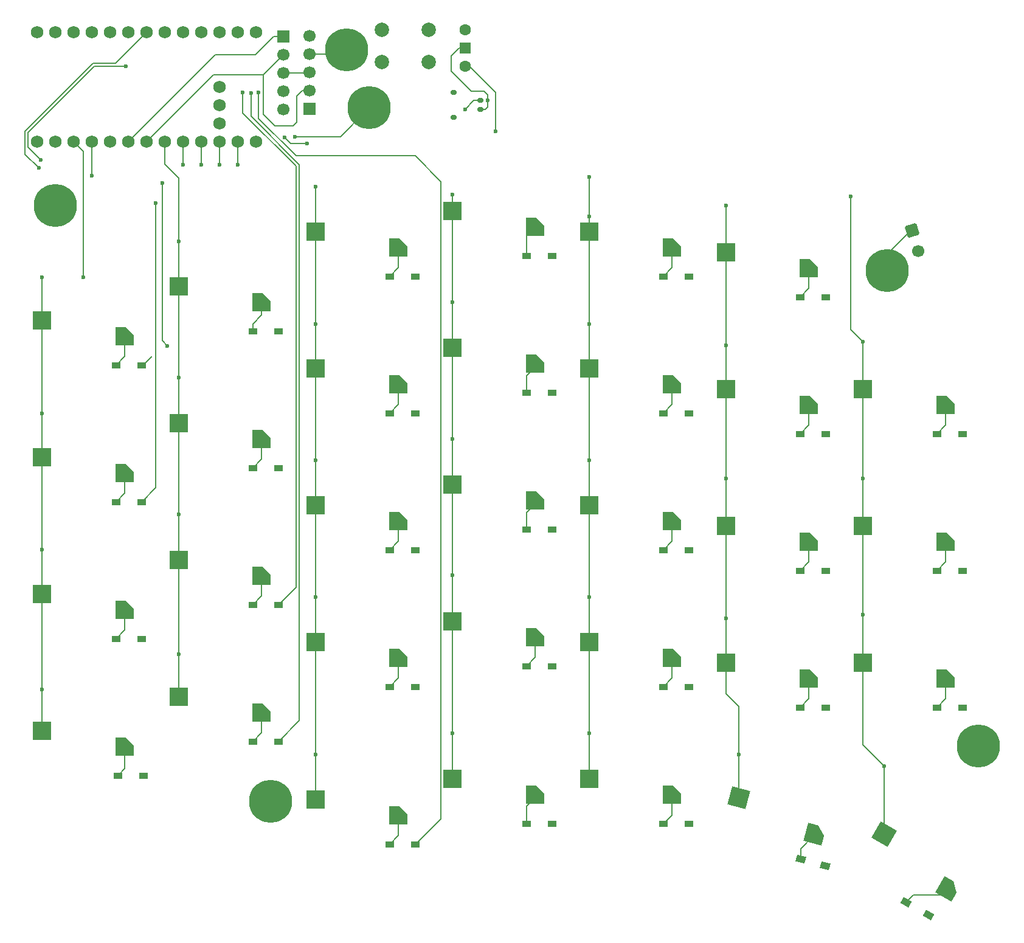
<source format=gbr>
%TF.GenerationSoftware,KiCad,Pcbnew,9.0.1*%
%TF.CreationDate,2025-08-18T00:19:21+02:00*%
%TF.ProjectId,LuMo,4c754d6f-2e6b-4696-9361-645f70636258,rev?*%
%TF.SameCoordinates,Original*%
%TF.FileFunction,Copper,L2,Bot*%
%TF.FilePolarity,Positive*%
%FSLAX46Y46*%
G04 Gerber Fmt 4.6, Leading zero omitted, Abs format (unit mm)*
G04 Created by KiCad (PCBNEW 9.0.1) date 2025-08-18 00:19:21*
%MOMM*%
%LPD*%
G01*
G04 APERTURE LIST*
G04 Aperture macros list*
%AMRoundRect*
0 Rectangle with rounded corners*
0 $1 Rounding radius*
0 $2 $3 $4 $5 $6 $7 $8 $9 X,Y pos of 4 corners*
0 Add a 4 corners polygon primitive as box body*
4,1,4,$2,$3,$4,$5,$6,$7,$8,$9,$2,$3,0*
0 Add four circle primitives for the rounded corners*
1,1,$1+$1,$2,$3*
1,1,$1+$1,$4,$5*
1,1,$1+$1,$6,$7*
1,1,$1+$1,$8,$9*
0 Add four rect primitives between the rounded corners*
20,1,$1+$1,$2,$3,$4,$5,0*
20,1,$1+$1,$4,$5,$6,$7,0*
20,1,$1+$1,$6,$7,$8,$9,0*
20,1,$1+$1,$8,$9,$2,$3,0*%
%AMRotRect*
0 Rectangle, with rotation*
0 The origin of the aperture is its center*
0 $1 length*
0 $2 width*
0 $3 Rotation angle, in degrees counterclockwise*
0 Add horizontal line*
21,1,$1,$2,0,0,$3*%
%AMOutline5P*
0 Free polygon, 5 corners , with rotation*
0 The origin of the aperture is its center*
0 number of corners: always 5*
0 $1 to $10 corner X, Y*
0 $11 Rotation angle, in degrees counterclockwise*
0 create outline with 5 corners*
4,1,5,$1,$2,$3,$4,$5,$6,$7,$8,$9,$10,$1,$2,$11*%
%AMOutline6P*
0 Free polygon, 6 corners , with rotation*
0 The origin of the aperture is its center*
0 number of corners: always 6*
0 $1 to $12 corner X, Y*
0 $13 Rotation angle, in degrees counterclockwise*
0 create outline with 6 corners*
4,1,6,$1,$2,$3,$4,$5,$6,$7,$8,$9,$10,$11,$12,$1,$2,$13*%
%AMOutline7P*
0 Free polygon, 7 corners , with rotation*
0 The origin of the aperture is its center*
0 number of corners: always 7*
0 $1 to $14 corner X, Y*
0 $15 Rotation angle, in degrees counterclockwise*
0 create outline with 7 corners*
4,1,7,$1,$2,$3,$4,$5,$6,$7,$8,$9,$10,$11,$12,$13,$14,$1,$2,$15*%
%AMOutline8P*
0 Free polygon, 8 corners , with rotation*
0 The origin of the aperture is its center*
0 number of corners: always 8*
0 $1 to $16 corner X, Y*
0 $17 Rotation angle, in degrees counterclockwise*
0 create outline with 8 corners*
4,1,8,$1,$2,$3,$4,$5,$6,$7,$8,$9,$10,$11,$12,$13,$14,$15,$16,$1,$2,$17*%
G04 Aperture macros list end*
%TA.AperFunction,ComponentPad*%
%ADD10C,1.752600*%
%TD*%
%TA.AperFunction,ComponentPad*%
%ADD11R,1.700000X1.700000*%
%TD*%
%TA.AperFunction,ComponentPad*%
%ADD12C,1.700000*%
%TD*%
%TA.AperFunction,ComponentPad*%
%ADD13C,2.000000*%
%TD*%
%TA.AperFunction,ComponentPad*%
%ADD14R,1.500000X1.500000*%
%TD*%
%TA.AperFunction,ComponentPad*%
%ADD15C,1.600000*%
%TD*%
%TA.AperFunction,ComponentPad*%
%ADD16RoundRect,0.250000X-0.745701X0.404883X-0.404883X-0.745701X0.745701X-0.404883X0.404883X0.745701X0*%
%TD*%
%TA.AperFunction,ComponentPad*%
%ADD17R,1.300000X0.950000*%
%TD*%
%TA.AperFunction,SMDPad,CuDef*%
%ADD18R,2.600000X2.600000*%
%TD*%
%TA.AperFunction,SMDPad,CuDef*%
%ADD19Outline5P,-1.300000X1.300000X0.130000X1.300000X1.300000X0.130000X1.300000X-1.300000X-1.300000X-1.300000X0.000000*%
%TD*%
%TA.AperFunction,ComponentPad*%
%ADD20RotRect,1.300000X0.950000X150.000000*%
%TD*%
%TA.AperFunction,ComponentPad*%
%ADD21RotRect,1.300000X0.950000X165.000000*%
%TD*%
%TA.AperFunction,ComponentPad*%
%ADD22C,6.000000*%
%TD*%
%TA.AperFunction,SMDPad,CuDef*%
%ADD23Outline5P,-1.300000X1.300000X0.130000X1.300000X1.300000X0.130000X1.300000X-1.300000X-1.300000X-1.300000X345.000000*%
%TD*%
%TA.AperFunction,SMDPad,CuDef*%
%ADD24RotRect,2.600000X2.600000X345.000000*%
%TD*%
%TA.AperFunction,SMDPad,CuDef*%
%ADD25Outline5P,-1.300000X1.300000X0.130000X1.300000X1.300000X0.130000X1.300000X-1.300000X-1.300000X-1.300000X330.000000*%
%TD*%
%TA.AperFunction,SMDPad,CuDef*%
%ADD26RotRect,2.600000X2.600000X330.000000*%
%TD*%
%TA.AperFunction,SMDPad,CuDef*%
%ADD27RoundRect,0.150000X0.275000X-0.150000X0.275000X0.150000X-0.275000X0.150000X-0.275000X-0.150000X0*%
%TD*%
%TA.AperFunction,SMDPad,CuDef*%
%ADD28RoundRect,0.175000X0.225000X-0.175000X0.225000X0.175000X-0.225000X0.175000X-0.225000X-0.175000X0*%
%TD*%
%TA.AperFunction,ViaPad*%
%ADD29C,0.600000*%
%TD*%
%TA.AperFunction,Conductor*%
%ADD30C,0.200000*%
%TD*%
G04 APERTURE END LIST*
D10*
%TO.P,U1,33,P1.07*%
%TO.N,unconnected-(U1-P1.07-Pad33)*%
X64390000Y-33500000D03*
%TO.P,U1,32,P1.02*%
%TO.N,unconnected-(U1-P1.02-Pad32)*%
X64390000Y-36040000D03*
%TO.P,U1,31,P1.01*%
%TO.N,unconnected-(U1-P1.01-Pad31)*%
X64390000Y-38580000D03*
%TO.P,U1,25,B+*%
%TO.N,VBAT*%
X38990000Y-25880000D03*
%TO.P,U1,24,BATIN/P0.04*%
%TO.N,unconnected-(U1-BATIN{slash}P0.04-Pad24)*%
X41530000Y-25880000D03*
%TO.P,U1,23,GND*%
%TO.N,unconnected-(U1-GND-Pad23)*%
X44070000Y-25880000D03*
%TO.P,U1,22,RST*%
%TO.N,RST*%
X46610000Y-25880000D03*
%TO.P,U1,21,VCC*%
%TO.N,VCC*%
X49150000Y-25880000D03*
%TO.P,U1,20,AIN7/P0.31*%
%TO.N,Row1*%
X51690000Y-25880000D03*
%TO.P,U1,19,AIN5/P0.29*%
%TO.N,Row2*%
X54230000Y-25880000D03*
%TO.P,U1,18,AIN0/P0.02*%
%TO.N,Row3*%
X56770000Y-25880000D03*
%TO.P,U1,17,P1.15*%
%TO.N,Row4*%
X59310000Y-25880000D03*
%TO.P,U1,16,P1.13*%
%TO.N,Row5*%
X61850000Y-25880000D03*
%TO.P,U1,15,P1.11*%
%TO.N,unconnected-(U1-P1.11-Pad15)*%
X64390000Y-25880000D03*
%TO.P,U1,14,NFC2/P0.10*%
%TO.N,unconnected-(U1-NFC2{slash}P0.10-Pad14)*%
X66930000Y-25880000D03*
%TO.P,U1,13,NFC1/P0.09*%
%TO.N,unconnected-(U1-NFC1{slash}P0.09-Pad13)*%
X69470000Y-25880000D03*
%TO.P,U1,12,P1.06*%
%TO.N,Col5*%
X69470000Y-41120000D03*
%TO.P,U1,11,P1.04*%
%TO.N,Col3*%
X66930000Y-41120000D03*
%TO.P,U1,10,P0.11*%
%TO.N,Col4*%
X64390000Y-41120000D03*
%TO.P,U1,9,P1.00*%
%TO.N,Col1*%
X61850000Y-41120000D03*
%TO.P,U1,8,P0.24*%
%TO.N,Col2*%
X59310000Y-41120000D03*
%TO.P,U1,7,P0.22*%
%TO.N,Col6*%
X56770000Y-41120000D03*
%TO.P,U1,6,P0.20*%
%TO.N,SCK*%
X54230000Y-41120000D03*
%TO.P,U1,5,P0.17*%
%TO.N,MOSI*%
X51690000Y-41120000D03*
%TO.P,U1,4,GND*%
%TO.N,GND*%
X49150000Y-41120000D03*
%TO.P,U1,3,GND*%
X46610000Y-41120000D03*
%TO.P,U1,2,RX1/P0.08*%
%TO.N,Col7*%
X44070000Y-41120000D03*
%TO.P,U1,1,TX0/P0.06*%
%TO.N,CS*%
X41530000Y-41120000D03*
%TO.P,U1,0,B-*%
%TO.N,unconnected-(U1-B--Pad0)*%
X38990000Y-41120000D03*
%TD*%
D11*
%TO.P,J2,1*%
%TO.N,MOSI*%
X73300000Y-26460000D03*
D12*
%TO.P,J2,2*%
%TO.N,SCK*%
X73300000Y-29000000D03*
%TO.P,J2,3*%
%TO.N,VCC*%
X73300000Y-31540000D03*
%TO.P,J2,4*%
%TO.N,GND*%
X73300000Y-34080000D03*
%TO.P,J2,5*%
%TO.N,CS*%
X73300000Y-36620000D03*
%TD*%
D11*
%TO.P,J5,1*%
%TO.N,MOSI*%
X76875000Y-36550000D03*
D12*
%TO.P,J5,2*%
%TO.N,SCK*%
X76875000Y-34010000D03*
%TO.P,J5,3*%
%TO.N,VCC*%
X76875000Y-31470000D03*
%TO.P,J5,4*%
%TO.N,GND*%
X76875000Y-28930000D03*
%TO.P,J5,5*%
%TO.N,CS*%
X76875000Y-26390000D03*
%TD*%
D13*
%TO.P,SW33,1*%
%TO.N,RST*%
X87000000Y-25500000D03*
X93500000Y-25500000D03*
%TO.P,SW33,2*%
%TO.N,GND*%
X87000000Y-30000000D03*
X93500000Y-30000000D03*
%TD*%
D14*
%TO.P,SWI1,1,A*%
%TO.N,Net-(SWI1-A)*%
X98600000Y-28100000D03*
D15*
%TO.P,SWI1,2,B*%
%TO.N,VBAT*%
X98600000Y-30640000D03*
%TO.P,SWI1,3,C*%
%TO.N,unconnected-(SWI1-C-Pad3)*%
X98600000Y-25560000D03*
%TD*%
D12*
%TO.P,J4,1*%
%TO.N,VBAT*%
X161663406Y-56368241D03*
D16*
%TO.P,J4,2*%
%TO.N,GND*%
X160811360Y-53491781D03*
%TD*%
D17*
%TO.P,D29,2,A*%
%TO.N,Net-(D29-A)*%
X126200000Y-136100000D03*
%TO.P,D29,1,K*%
%TO.N,Row5*%
X129750000Y-136100000D03*
%TD*%
%TO.P,D27,2,A*%
%TO.N,Net-(D27-A)*%
X50200000Y-129432500D03*
%TO.P,D27,1,K*%
%TO.N,Row4*%
X53750000Y-129432500D03*
%TD*%
%TO.P,D22,2,A*%
%TO.N,Net-(D22-A)*%
X88050000Y-117050000D03*
%TO.P,D22,1,K*%
%TO.N,Row4*%
X91600000Y-117050000D03*
%TD*%
D18*
%TO.P,SW21,2,2*%
%TO.N,Col1*%
X96795000Y-107942500D03*
D19*
%TO.P,SW21,1,1*%
%TO.N,Net-(D21-A)*%
X108345000Y-110142500D03*
%TD*%
D17*
%TO.P,D15,2,A*%
%TO.N,Net-(D15-A)*%
X88050000Y-98000000D03*
%TO.P,D15,1,K*%
%TO.N,Row3*%
X91600000Y-98000000D03*
%TD*%
D18*
%TO.P,SW3,2,2*%
%TO.N,Col3*%
X115845000Y-53650000D03*
D19*
%TO.P,SW3,1,1*%
%TO.N,Net-(D3-A)*%
X127395000Y-55850000D03*
%TD*%
D17*
%TO.P,D5,1,K*%
%TO.N,Row1*%
X72550000Y-67520000D03*
%TO.P,D5,2,A*%
%TO.N,Net-(D5-A)*%
X69000000Y-67520000D03*
%TD*%
%TO.P,D19,1,K*%
%TO.N,Row3*%
X72550000Y-105620000D03*
%TO.P,D19,2,A*%
%TO.N,Net-(D19-A)*%
X69000000Y-105620000D03*
%TD*%
%TO.P,D8,1,K*%
%TO.N,Row2*%
X91600000Y-78950000D03*
%TO.P,D8,2,A*%
%TO.N,Net-(D8-A)*%
X88050000Y-78950000D03*
%TD*%
%TO.P,D2,1,K*%
%TO.N,Row1*%
X91600000Y-59900000D03*
%TO.P,D2,2,A*%
%TO.N,Net-(D2-A)*%
X88050000Y-59900000D03*
%TD*%
%TO.P,D24,1,K*%
%TO.N,Row4*%
X148750000Y-119907500D03*
%TO.P,D24,2,A*%
%TO.N,Net-(D24-A)*%
X145200000Y-119907500D03*
%TD*%
%TO.P,D9,1,K*%
%TO.N,Row2*%
X129700000Y-78950000D03*
%TO.P,D9,2,A*%
%TO.N,Net-(D9-A)*%
X126150000Y-78950000D03*
%TD*%
%TO.P,D25,1,K*%
%TO.N,Row4*%
X167800000Y-119907500D03*
%TO.P,D25,2,A*%
%TO.N,Net-(D25-A)*%
X164250000Y-119907500D03*
%TD*%
%TO.P,D12,1,K*%
%TO.N,Row2*%
X72550000Y-86570000D03*
%TO.P,D12,2,A*%
%TO.N,Net-(D12-A)*%
X69000000Y-86570000D03*
%TD*%
%TO.P,D18,1,K*%
%TO.N,Row3*%
X167800000Y-100857500D03*
%TO.P,D18,2,A*%
%TO.N,Net-(D18-A)*%
X164250000Y-100857500D03*
%TD*%
%TO.P,D4,1,K*%
%TO.N,Row1*%
X148750000Y-62757500D03*
%TO.P,D4,2,A*%
%TO.N,Net-(D4-A)*%
X145200000Y-62757500D03*
%TD*%
%TO.P,D20,1,K*%
%TO.N,Row3*%
X53500000Y-110382500D03*
%TO.P,D20,2,A*%
%TO.N,Net-(D20-A)*%
X49950000Y-110382500D03*
%TD*%
%TO.P,D21,1,K*%
%TO.N,Row4*%
X110650000Y-114192500D03*
%TO.P,D21,2,A*%
%TO.N,Net-(D21-A)*%
X107100000Y-114192500D03*
%TD*%
%TO.P,D10,1,K*%
%TO.N,Row2*%
X148750000Y-81807500D03*
%TO.P,D10,2,A*%
%TO.N,Net-(D10-A)*%
X145200000Y-81807500D03*
%TD*%
%TO.P,D14,1,K*%
%TO.N,Row3*%
X110650000Y-95142500D03*
%TO.P,D14,2,A*%
%TO.N,Net-(D14-A)*%
X107100000Y-95142500D03*
%TD*%
%TO.P,D23,1,K*%
%TO.N,Row4*%
X129700000Y-117050000D03*
%TO.P,D23,2,A*%
%TO.N,Net-(D23-A)*%
X126150000Y-117050000D03*
%TD*%
%TO.P,D1,1,K*%
%TO.N,Row1*%
X110650000Y-57042500D03*
%TO.P,D1,2,A*%
%TO.N,Net-(D1-A)*%
X107100000Y-57042500D03*
%TD*%
%TO.P,D6,1,K*%
%TO.N,Row1*%
X53500000Y-72282500D03*
%TO.P,D6,2,A*%
%TO.N,Net-(D6-A)*%
X49950000Y-72282500D03*
%TD*%
%TO.P,D17,1,K*%
%TO.N,Row3*%
X148750000Y-100857500D03*
%TO.P,D17,2,A*%
%TO.N,Net-(D17-A)*%
X145200000Y-100857500D03*
%TD*%
%TO.P,D28,1,K*%
%TO.N,Row5*%
X110700000Y-136100000D03*
%TO.P,D28,2,A*%
%TO.N,Net-(D28-A)*%
X107150000Y-136100000D03*
%TD*%
%TO.P,D26,1,K*%
%TO.N,Row4*%
X72550000Y-124670000D03*
%TO.P,D26,2,A*%
%TO.N,Net-(D26-A)*%
X69000000Y-124670000D03*
%TD*%
%TO.P,D11,1,K*%
%TO.N,Row2*%
X167800000Y-81807500D03*
%TO.P,D11,2,A*%
%TO.N,Net-(D11-A)*%
X164250000Y-81807500D03*
%TD*%
D20*
%TO.P,D32,1,K*%
%TO.N,Row5*%
X163074390Y-148775000D03*
%TO.P,D32,2,A*%
%TO.N,Net-(D32-A)*%
X160000000Y-147000000D03*
%TD*%
D17*
%TO.P,D16,1,K*%
%TO.N,Row3*%
X129700000Y-98000000D03*
%TO.P,D16,2,A*%
%TO.N,Net-(D16-A)*%
X126150000Y-98000000D03*
%TD*%
%TO.P,D30,1,K*%
%TO.N,Row5*%
X91650000Y-138957500D03*
%TO.P,D30,2,A*%
%TO.N,Net-(D30-A)*%
X88100000Y-138957500D03*
%TD*%
%TO.P,D13,1,K*%
%TO.N,Row2*%
X53500000Y-91332500D03*
%TO.P,D13,2,A*%
%TO.N,Net-(D13-A)*%
X49950000Y-91332500D03*
%TD*%
D21*
%TO.P,D31,1,K*%
%TO.N,Row5*%
X148714518Y-141959404D03*
%TO.P,D31,2,A*%
%TO.N,Net-(D31-A)*%
X145285482Y-141040596D03*
%TD*%
D17*
%TO.P,D7,1,K*%
%TO.N,Row2*%
X110650000Y-76092500D03*
%TO.P,D7,2,A*%
%TO.N,Net-(D7-A)*%
X107100000Y-76092500D03*
%TD*%
%TO.P,D3,1,K*%
%TO.N,Row1*%
X129700000Y-59900000D03*
%TO.P,D3,2,A*%
%TO.N,Net-(D3-A)*%
X126150000Y-59900000D03*
%TD*%
D22*
%TO.P,H3,1*%
%TO.N,unconnected-(H3-Pad1)*%
X170000000Y-125300000D03*
%TD*%
D23*
%TO.P,SW31,1,1*%
%TO.N,Net-(D31-A)*%
X147256332Y-137581010D03*
D24*
%TO.P,SW31,2,2*%
%TO.N,Col4*%
X136669290Y-132466613D03*
%TD*%
D19*
%TO.P,SW4,1,1*%
%TO.N,Net-(D4-A)*%
X146445000Y-58707500D03*
D18*
%TO.P,SW4,2,2*%
%TO.N,Col4*%
X134895000Y-56507500D03*
%TD*%
D19*
%TO.P,SW29,1,1*%
%TO.N,Net-(D29-A)*%
X127395000Y-132050000D03*
D18*
%TO.P,SW29,2,2*%
%TO.N,Col3*%
X115845000Y-129850000D03*
%TD*%
D19*
%TO.P,SW13,1,1*%
%TO.N,Net-(D13-A)*%
X51195000Y-87282500D03*
D18*
%TO.P,SW13,2,2*%
%TO.N,Col7*%
X39645000Y-85082500D03*
%TD*%
D19*
%TO.P,SW25,1,1*%
%TO.N,Net-(D25-A)*%
X165495000Y-115857500D03*
D18*
%TO.P,SW25,2,2*%
%TO.N,Col5*%
X153945000Y-113657500D03*
%TD*%
D19*
%TO.P,SW26,1,1*%
%TO.N,Net-(D26-A)*%
X70245000Y-120620000D03*
D18*
%TO.P,SW26,2,2*%
%TO.N,Col6*%
X58695000Y-118420000D03*
%TD*%
D19*
%TO.P,SW28,1,1*%
%TO.N,Net-(D28-A)*%
X108345000Y-132050000D03*
D18*
%TO.P,SW28,2,2*%
%TO.N,Col1*%
X96795000Y-129850000D03*
%TD*%
D19*
%TO.P,SW30,1,1*%
%TO.N,Net-(D30-A)*%
X89295000Y-134907500D03*
D18*
%TO.P,SW30,2,2*%
%TO.N,Col2*%
X77745000Y-132707500D03*
%TD*%
D22*
%TO.P,H5,1*%
%TO.N,GND*%
X82100000Y-28300000D03*
%TD*%
D25*
%TO.P,SW32,1,1*%
%TO.N,Net-(D32-A)*%
X165772784Y-145204465D03*
D26*
%TO.P,SW32,2,2*%
%TO.N,Col5*%
X156870191Y-137524209D03*
%TD*%
D19*
%TO.P,SW16,1,1*%
%TO.N,Net-(D16-A)*%
X127395000Y-93950000D03*
D18*
%TO.P,SW16,2,2*%
%TO.N,Col3*%
X115845000Y-91750000D03*
%TD*%
D19*
%TO.P,SW14,1,1*%
%TO.N,Net-(D14-A)*%
X108345000Y-91092500D03*
D18*
%TO.P,SW14,2,2*%
%TO.N,Col1*%
X96795000Y-88892500D03*
%TD*%
D19*
%TO.P,SW9,1,1*%
%TO.N,Net-(D9-A)*%
X127395000Y-74900000D03*
D18*
%TO.P,SW9,2,2*%
%TO.N,Col3*%
X115845000Y-72700000D03*
%TD*%
D19*
%TO.P,SW2,1,1*%
%TO.N,Net-(D2-A)*%
X89295000Y-55850000D03*
D18*
%TO.P,SW2,2,2*%
%TO.N,Col2*%
X77745000Y-53650000D03*
%TD*%
D22*
%TO.P,H6,1*%
%TO.N,GND*%
X85200000Y-36400000D03*
%TD*%
D19*
%TO.P,SW19,1,1*%
%TO.N,Net-(D19-A)*%
X70245000Y-101570000D03*
D18*
%TO.P,SW19,2,2*%
%TO.N,Col6*%
X58695000Y-99370000D03*
%TD*%
D19*
%TO.P,SW20,1,1*%
%TO.N,Net-(D20-A)*%
X51195000Y-106332500D03*
D18*
%TO.P,SW20,2,2*%
%TO.N,Col7*%
X39645000Y-104132500D03*
%TD*%
D19*
%TO.P,SW18,1,1*%
%TO.N,Net-(D18-A)*%
X165495000Y-96807500D03*
D18*
%TO.P,SW18,2,2*%
%TO.N,Col5*%
X153945000Y-94607500D03*
%TD*%
D19*
%TO.P,SW17,1,1*%
%TO.N,Net-(D17-A)*%
X146445000Y-96807500D03*
D18*
%TO.P,SW17,2,2*%
%TO.N,Col4*%
X134895000Y-94607500D03*
%TD*%
D19*
%TO.P,SW6,1,1*%
%TO.N,Net-(D6-A)*%
X51195000Y-68232500D03*
D18*
%TO.P,SW6,2,2*%
%TO.N,Col7*%
X39645000Y-66032500D03*
%TD*%
D22*
%TO.P,H1,1*%
%TO.N,GND*%
X41500000Y-50000000D03*
%TD*%
D19*
%TO.P,SW8,1,1*%
%TO.N,Net-(D8-A)*%
X89295000Y-74900000D03*
D18*
%TO.P,SW8,2,2*%
%TO.N,Col2*%
X77745000Y-72700000D03*
%TD*%
D19*
%TO.P,SW11,1,1*%
%TO.N,Net-(D11-A)*%
X165495000Y-77757500D03*
D18*
%TO.P,SW11,2,2*%
%TO.N,Col5*%
X153945000Y-75557500D03*
%TD*%
D19*
%TO.P,SW15,1,1*%
%TO.N,Net-(D15-A)*%
X89295000Y-93950000D03*
D18*
%TO.P,SW15,2,2*%
%TO.N,Col2*%
X77745000Y-91750000D03*
%TD*%
D19*
%TO.P,SW10,1,1*%
%TO.N,Net-(D10-A)*%
X146445000Y-77757500D03*
D18*
%TO.P,SW10,2,2*%
%TO.N,Col4*%
X134895000Y-75557500D03*
%TD*%
D19*
%TO.P,SW12,1,1*%
%TO.N,Net-(D12-A)*%
X70245000Y-82520000D03*
D18*
%TO.P,SW12,2,2*%
%TO.N,Col6*%
X58695000Y-80320000D03*
%TD*%
D19*
%TO.P,SW7,1,1*%
%TO.N,Net-(D7-A)*%
X108345000Y-72042500D03*
D18*
%TO.P,SW7,2,2*%
%TO.N,Col1*%
X96795000Y-69842500D03*
%TD*%
D19*
%TO.P,SW27,1,1*%
%TO.N,Net-(D27-A)*%
X51195000Y-125382500D03*
D18*
%TO.P,SW27,2,2*%
%TO.N,Col7*%
X39645000Y-123182500D03*
%TD*%
D19*
%TO.P,SW22,1,1*%
%TO.N,Net-(D22-A)*%
X89295000Y-113000000D03*
D18*
%TO.P,SW22,2,2*%
%TO.N,Col2*%
X77745000Y-110800000D03*
%TD*%
D19*
%TO.P,SW23,1,1*%
%TO.N,Net-(D23-A)*%
X127395000Y-113000000D03*
D18*
%TO.P,SW23,2,2*%
%TO.N,Col3*%
X115845000Y-110800000D03*
%TD*%
D19*
%TO.P,SW1,1,1*%
%TO.N,Net-(D1-A)*%
X108345000Y-52992500D03*
D18*
%TO.P,SW1,2,2*%
%TO.N,Col1*%
X96795000Y-50792500D03*
%TD*%
D22*
%TO.P,H4,1*%
%TO.N,unconnected-(H4-Pad1)*%
X71500000Y-133000000D03*
%TD*%
%TO.P,H2,1*%
%TO.N,GND*%
X157300000Y-59100000D03*
%TD*%
D19*
%TO.P,SW24,1,1*%
%TO.N,Net-(D24-A)*%
X146445000Y-115857500D03*
D18*
%TO.P,SW24,2,2*%
%TO.N,Col4*%
X134895000Y-113657500D03*
%TD*%
D27*
%TO.P,J3,1*%
%TO.N,Net-(SWI1-A)*%
X100700000Y-36600000D03*
%TO.P,J3,2*%
%TO.N,GND*%
X100700000Y-35400000D03*
D28*
%TO.P,J3,MP*%
%TO.N,N/C*%
X96925000Y-37750000D03*
X96925000Y-34250000D03*
%TD*%
D19*
%TO.P,SW5,1,1*%
%TO.N,Net-(D5-A)*%
X70245000Y-63470000D03*
D18*
%TO.P,SW5,2,2*%
%TO.N,Col6*%
X58695000Y-61270000D03*
%TD*%
D29*
%TO.N,GND*%
X46610000Y-45900000D03*
%TO.N,Col4*%
X64390000Y-44300000D03*
%TO.N,Col3*%
X66930000Y-44300000D03*
%TO.N,Col5*%
X73400000Y-40500000D03*
X76600000Y-41400000D03*
%TO.N,Col1*%
X61850000Y-44300000D03*
%TO.N,Col2*%
X59300000Y-44300000D03*
%TO.N,Col7*%
X45400000Y-60000000D03*
%TO.N,GND*%
X74900000Y-40400000D03*
%TO.N,Row5*%
X69800000Y-34300000D03*
%TO.N,Row4*%
X68800000Y-34314814D03*
%TO.N,Row3*%
X67600000Y-34300000D03*
%TO.N,Row1*%
X51300000Y-30600000D03*
X39440380Y-43640380D03*
X56400000Y-46900000D03*
X57126250Y-69526250D03*
%TO.N,Row2*%
X39200000Y-44800000D03*
X55500000Y-49700000D03*
%TO.N,Net-(SWI1-A)*%
X101700000Y-35400000D03*
%TO.N,GND*%
X98600000Y-36600000D03*
%TO.N,VBAT*%
X102800000Y-39700000D03*
%TO.N,Col1*%
X96795000Y-101500000D03*
X96795000Y-123500000D03*
X96795000Y-82500000D03*
X96795000Y-63500000D03*
X96795000Y-48500000D03*
%TO.N,Col2*%
X77745000Y-104500000D03*
X77745000Y-126500000D03*
X77745000Y-66500000D03*
X77745000Y-47400000D03*
X77745000Y-85500000D03*
%TO.N,Col3*%
X115845000Y-66500000D03*
X115845000Y-123500000D03*
X115845000Y-85500000D03*
X115845000Y-51500000D03*
X115845000Y-104500000D03*
X115845000Y-46000000D03*
%TO.N,Col4*%
X134895000Y-107500000D03*
X134895000Y-50000000D03*
X134895000Y-88000000D03*
X134895000Y-69500000D03*
X136669290Y-126500000D03*
%TO.N,Col5*%
X153945000Y-88000000D03*
X153945000Y-69000000D03*
X156900000Y-128100000D03*
X152250000Y-48750000D03*
X153945000Y-107000000D03*
%TO.N,Col6*%
X58695000Y-112500000D03*
X58695000Y-74000000D03*
X58700000Y-55000000D03*
X58695000Y-93000000D03*
%TO.N,Col7*%
X39645000Y-97942500D03*
X39645000Y-78942500D03*
X39645000Y-117442500D03*
X39645000Y-60000000D03*
%TD*%
D30*
%TO.N,Row3*%
X67600000Y-37100000D02*
X67600000Y-34300000D01*
X75000000Y-103170000D02*
X75000000Y-44500000D01*
X75000000Y-44500000D02*
X67600000Y-37100000D01*
X72550000Y-105620000D02*
X75000000Y-103170000D01*
%TO.N,Row4*%
X68800000Y-37600000D02*
X68800000Y-34314814D01*
X75500000Y-44300000D02*
X68800000Y-37600000D01*
X72550000Y-124670000D02*
X75500000Y-121720000D01*
X75500000Y-121720000D02*
X75500000Y-44300000D01*
%TO.N,Col2*%
X59310000Y-44290000D02*
X59300000Y-44300000D01*
X59310000Y-41120000D02*
X59310000Y-44290000D01*
%TO.N,Col4*%
X64390000Y-41120000D02*
X64390000Y-44300000D01*
%TO.N,Col1*%
X61850000Y-41120000D02*
X61850000Y-44300000D01*
%TO.N,GND*%
X46610000Y-45900000D02*
X46610000Y-41120000D01*
%TO.N,Row2*%
X49910000Y-30200000D02*
X54230000Y-25880000D01*
X46800000Y-30200000D02*
X49910000Y-30200000D01*
X39200000Y-44800000D02*
X37300000Y-42900000D01*
X37300000Y-42900000D02*
X37300000Y-39700000D01*
%TO.N,Row1*%
X37700000Y-41900000D02*
X39440380Y-43640380D01*
X37700000Y-39867100D02*
X37700000Y-41900000D01*
X46967100Y-30600000D02*
X37700000Y-39867100D01*
%TO.N,Row2*%
X37300000Y-39700000D02*
X46800000Y-30200000D01*
%TO.N,Row1*%
X51300000Y-30600000D02*
X46967100Y-30600000D01*
%TO.N,Col7*%
X45400000Y-42450000D02*
X45400000Y-60000000D01*
X44070000Y-41120000D02*
X45400000Y-42450000D01*
%TO.N,Col3*%
X66930000Y-41120000D02*
X66930000Y-44300000D01*
%TO.N,GND*%
X81200000Y-40400000D02*
X74900000Y-40400000D01*
X85200000Y-36400000D02*
X81200000Y-40400000D01*
%TO.N,Row5*%
X69800000Y-37900000D02*
X69800000Y-34300000D01*
X95194000Y-46694000D02*
X91600000Y-43100000D01*
X75000000Y-43100000D02*
X69800000Y-37900000D01*
X95194000Y-135413500D02*
X95194000Y-46694000D01*
X91600000Y-43100000D02*
X75000000Y-43100000D01*
X91650000Y-138957500D02*
X95194000Y-135413500D01*
%TO.N,SCK*%
X75890000Y-34010000D02*
X76875000Y-34010000D01*
X75100000Y-34800000D02*
X75890000Y-34010000D01*
X75100000Y-38400000D02*
X75100000Y-34800000D01*
X74600000Y-38900000D02*
X75100000Y-38400000D01*
X72100000Y-38900000D02*
X74600000Y-38900000D01*
X70500000Y-37300000D02*
X72100000Y-38900000D01*
X70500000Y-36800000D02*
X70500000Y-37300000D01*
X63550000Y-31800000D02*
X70500000Y-31800000D01*
X54230000Y-41120000D02*
X63550000Y-31800000D01*
%TO.N,MOSI*%
X71900000Y-26500000D02*
X73260000Y-26500000D01*
X69367158Y-29032842D02*
X71900000Y-26500000D01*
X73260000Y-26500000D02*
X73300000Y-26460000D01*
X63777158Y-29032842D02*
X69367158Y-29032842D01*
X51690000Y-41120000D02*
X63777158Y-29032842D01*
%TO.N,SCK*%
X76563926Y-34321074D02*
X76875000Y-34010000D01*
X70501000Y-36800414D02*
X70501000Y-33149315D01*
X70500707Y-36800707D02*
X70501000Y-36800414D01*
X70500000Y-36800000D02*
X70500707Y-36800707D01*
X70500000Y-31800000D02*
X70500000Y-36800000D01*
%TO.N,Col5*%
X74300000Y-41400000D02*
X73400000Y-40500000D01*
X76600000Y-41400000D02*
X74300000Y-41400000D01*
%TO.N,Col2*%
X77745000Y-53650000D02*
X77745000Y-47400000D01*
%TO.N,Col6*%
X58700000Y-46200000D02*
X58700000Y-55000000D01*
X56770000Y-44270000D02*
X58700000Y-46200000D01*
X56770000Y-41120000D02*
X56770000Y-44270000D01*
X58695000Y-61270000D02*
X58695000Y-55005000D01*
X58695000Y-55005000D02*
X58700000Y-55000000D01*
%TO.N,Row1*%
X57126250Y-69526250D02*
X56400000Y-68800000D01*
X56400000Y-68800000D02*
X56400000Y-46900000D01*
%TO.N,Row2*%
X55500000Y-49700000D02*
X55500000Y-89332500D01*
%TO.N,SCK*%
X70500000Y-31800000D02*
X71810000Y-30490000D01*
X71810000Y-30490000D02*
X73300000Y-29000000D01*
%TO.N,GND*%
X81470000Y-28930000D02*
X82100000Y-28300000D01*
X76875000Y-28930000D02*
X81470000Y-28930000D01*
%TO.N,VCC*%
X76805000Y-31540000D02*
X76875000Y-31470000D01*
X73300000Y-31540000D02*
X76805000Y-31540000D01*
%TO.N,Col5*%
X153945000Y-125145000D02*
X156900000Y-128100000D01*
X153945000Y-113657500D02*
X153945000Y-125145000D01*
X156870191Y-137524209D02*
X156870191Y-128129809D01*
X156870191Y-128129809D02*
X156900000Y-128100000D01*
%TO.N,VBAT*%
X102800000Y-34300000D02*
X102800000Y-39700000D01*
X99140000Y-30640000D02*
X102800000Y-34300000D01*
X98600000Y-30640000D02*
X99140000Y-30640000D01*
%TO.N,Net-(SWI1-A)*%
X99400000Y-34100000D02*
X101200000Y-34100000D01*
X96600000Y-31300000D02*
X99400000Y-34100000D01*
X101200000Y-34100000D02*
X101700000Y-34600000D01*
X101700000Y-34600000D02*
X101700000Y-35400000D01*
X96600000Y-29200000D02*
X96600000Y-31300000D01*
X97700000Y-28100000D02*
X96600000Y-29200000D01*
X98600000Y-28100000D02*
X97700000Y-28100000D01*
X101700000Y-36300000D02*
X101700000Y-35400000D01*
X101400000Y-36600000D02*
X101700000Y-36300000D01*
X100700000Y-36600000D02*
X101400000Y-36600000D01*
%TO.N,GND*%
X99800000Y-35400000D02*
X100700000Y-35400000D01*
X98600000Y-36600000D02*
X99800000Y-35400000D01*
X156500000Y-57600000D02*
X160704102Y-53395898D01*
X160704102Y-53395898D02*
X160782958Y-53395898D01*
%TO.N,Net-(D19-A)*%
X70245000Y-104375000D02*
X69000000Y-105620000D01*
X70245000Y-101570000D02*
X70245000Y-104375000D01*
%TO.N,Net-(D15-A)*%
X89295000Y-96755000D02*
X88050000Y-98000000D01*
X89295000Y-93950000D02*
X89295000Y-96755000D01*
%TO.N,Net-(D14-A)*%
X107100000Y-92745000D02*
X107100000Y-95142500D01*
X108345000Y-91500000D02*
X107100000Y-92745000D01*
X108345000Y-91092500D02*
X108345000Y-91500000D01*
%TO.N,Net-(D16-A)*%
X127395000Y-96755000D02*
X126150000Y-98000000D01*
X127395000Y-93950000D02*
X127395000Y-96755000D01*
%TO.N,Net-(D17-A)*%
X146445000Y-99612500D02*
X145200000Y-100857500D01*
X146445000Y-96807500D02*
X146445000Y-99612500D01*
%TO.N,Net-(D18-A)*%
X165495000Y-96807500D02*
X165495000Y-99612500D01*
X165495000Y-99612500D02*
X164250000Y-100857500D01*
%TO.N,Net-(D23-A)*%
X127395000Y-115805000D02*
X126150000Y-117050000D01*
X127395000Y-113000000D02*
X127395000Y-115805000D01*
%TO.N,Net-(D24-A)*%
X146445000Y-118662500D02*
X145200000Y-119907500D01*
X146445000Y-115857500D02*
X146445000Y-118662500D01*
%TO.N,Net-(D25-A)*%
X165495000Y-118662500D02*
X164250000Y-119907500D01*
X165495000Y-115857500D02*
X165495000Y-118662500D01*
%TO.N,Net-(D32-A)*%
X164977249Y-146000000D02*
X165772784Y-145204465D01*
X160000000Y-147000000D02*
X161000000Y-146000000D01*
X161000000Y-146000000D02*
X164977249Y-146000000D01*
%TO.N,Net-(D31-A)*%
X145285482Y-139551860D02*
X145285482Y-141040596D01*
X147256332Y-137581010D02*
X145285482Y-139551860D01*
%TO.N,Net-(D29-A)*%
X127395000Y-132050000D02*
X127395000Y-134905000D01*
X127395000Y-134905000D02*
X126200000Y-136100000D01*
%TO.N,Net-(D30-A)*%
X89295000Y-137762500D02*
X88100000Y-138957500D01*
X89295000Y-134907500D02*
X89295000Y-137762500D01*
%TO.N,Net-(D28-A)*%
X107150000Y-133695000D02*
X107150000Y-136100000D01*
X108345000Y-132500000D02*
X107150000Y-133695000D01*
X108345000Y-132050000D02*
X108345000Y-132500000D01*
%TO.N,Net-(D21-A)*%
X108345000Y-112947500D02*
X107100000Y-114192500D01*
X108345000Y-110142500D02*
X108345000Y-112947500D01*
%TO.N,Net-(D22-A)*%
X89295000Y-115805000D02*
X88050000Y-117050000D01*
X89295000Y-113000000D02*
X89295000Y-115805000D01*
%TO.N,Net-(D26-A)*%
X70245000Y-123425000D02*
X69000000Y-124670000D01*
X70245000Y-120620000D02*
X70245000Y-123425000D01*
%TO.N,Net-(D27-A)*%
X51195000Y-128437500D02*
X50200000Y-129432500D01*
X51195000Y-125382500D02*
X51195000Y-128437500D01*
%TO.N,Net-(D20-A)*%
X51195000Y-109137500D02*
X49950000Y-110382500D01*
X51195000Y-106332500D02*
X51195000Y-109137500D01*
%TO.N,Net-(D12-A)*%
X70245000Y-85325000D02*
X69000000Y-86570000D01*
X70245000Y-82520000D02*
X70245000Y-85325000D01*
%TO.N,Net-(D8-A)*%
X89295000Y-77705000D02*
X88050000Y-78950000D01*
X89295000Y-74900000D02*
X89295000Y-77705000D01*
%TO.N,Net-(D7-A)*%
X107100000Y-73745000D02*
X107100000Y-76092500D01*
X108345000Y-72500000D02*
X107100000Y-73745000D01*
X108345000Y-72042500D02*
X108345000Y-72500000D01*
%TO.N,Net-(D9-A)*%
X127395000Y-77705000D02*
X126150000Y-78950000D01*
X127395000Y-74900000D02*
X127395000Y-77705000D01*
%TO.N,Net-(D10-A)*%
X146445000Y-80562500D02*
X145200000Y-81807500D01*
X146445000Y-77757500D02*
X146445000Y-80562500D01*
%TO.N,Net-(D11-A)*%
X165495000Y-80562500D02*
X164250000Y-81807500D01*
X165495000Y-77757500D02*
X165495000Y-80562500D01*
%TO.N,Row2*%
X55500000Y-89332500D02*
X53500000Y-91332500D01*
%TO.N,Net-(D13-A)*%
X51195000Y-90087500D02*
X49950000Y-91332500D01*
X51195000Y-87282500D02*
X51195000Y-90087500D01*
%TO.N,Net-(D4-A)*%
X146445000Y-61512500D02*
X145200000Y-62757500D01*
X146445000Y-58707500D02*
X146445000Y-61512500D01*
%TO.N,Net-(D3-A)*%
X127395000Y-58655000D02*
X126150000Y-59900000D01*
X127395000Y-55850000D02*
X127395000Y-58655000D01*
%TO.N,Net-(D1-A)*%
X107100000Y-54245000D02*
X107100000Y-57042500D01*
X108345000Y-53000000D02*
X107100000Y-54245000D01*
X108345000Y-52992500D02*
X108345000Y-53000000D01*
%TO.N,Net-(D2-A)*%
X89295000Y-55850000D02*
X89295000Y-58655000D01*
X89295000Y-58655000D02*
X88050000Y-59900000D01*
%TO.N,Row1*%
X53717500Y-72282500D02*
X55000000Y-71000000D01*
X53500000Y-72282500D02*
X53717500Y-72282500D01*
%TO.N,Net-(D6-A)*%
X51195000Y-71037500D02*
X49950000Y-72282500D01*
X51195000Y-68232500D02*
X51195000Y-71037500D01*
%TO.N,Net-(D5-A)*%
X70245000Y-65275000D02*
X69000000Y-66520000D01*
X70245000Y-63470000D02*
X70245000Y-65275000D01*
X69000000Y-66520000D02*
X69000000Y-67520000D01*
%TO.N,VBAT*%
X98700000Y-30400000D02*
X98620000Y-30480000D01*
X98700000Y-30400000D02*
X98700000Y-30700000D01*
%TO.N,Col1*%
X96795000Y-50792500D02*
X96795000Y-63500000D01*
X96795000Y-48500000D02*
X96795000Y-50792500D01*
X96795000Y-123500000D02*
X96795000Y-129850000D01*
X96795000Y-101500000D02*
X96795000Y-123500000D01*
X96795000Y-63500000D02*
X96795000Y-82500000D01*
X96795000Y-82500000D02*
X96795000Y-101500000D01*
%TO.N,Col2*%
X77745000Y-53650000D02*
X77745000Y-66500000D01*
X77745000Y-66500000D02*
X77745000Y-85500000D01*
X77745000Y-85500000D02*
X77745000Y-104500000D01*
X77745000Y-126500000D02*
X77745000Y-132707500D01*
X77745000Y-104500000D02*
X77745000Y-126500000D01*
%TO.N,Col3*%
X115845000Y-46000000D02*
X115845000Y-51500000D01*
X115845000Y-85500000D02*
X115845000Y-104500000D01*
X115845000Y-104500000D02*
X115845000Y-123500000D01*
X115845000Y-53650000D02*
X115845000Y-66500000D01*
X115845000Y-53650000D02*
X115845000Y-51500000D01*
X115845000Y-66500000D02*
X115845000Y-85500000D01*
X115845000Y-123500000D02*
X115845000Y-129850000D01*
%TO.N,Col4*%
X136669290Y-126500000D02*
X136669290Y-132466613D01*
X136669290Y-119791790D02*
X136669290Y-126500000D01*
X134895000Y-69500000D02*
X134895000Y-88000000D01*
X134895000Y-88000000D02*
X134895000Y-107500000D01*
X134895000Y-56507500D02*
X134895000Y-50000000D01*
X134895000Y-118017500D02*
X136669290Y-119791790D01*
X134895000Y-113657500D02*
X134895000Y-118017500D01*
X134895000Y-56507500D02*
X134895000Y-69500000D01*
X134895000Y-107500000D02*
X134895000Y-113657500D01*
%TO.N,Col5*%
X153945000Y-75557500D02*
X153945000Y-69000000D01*
X153945000Y-75557500D02*
X153945000Y-88000000D01*
X153945000Y-69000000D02*
X152250000Y-67305000D01*
X153945000Y-88000000D02*
X153945000Y-107000000D01*
X152250000Y-67305000D02*
X152250000Y-48750000D01*
X153945000Y-107000000D02*
X153945000Y-113657500D01*
%TO.N,Col6*%
X58695000Y-61270000D02*
X58695000Y-74000000D01*
X58695000Y-74000000D02*
X58695000Y-80320000D01*
X58695000Y-80320000D02*
X58695000Y-93000000D01*
X58695000Y-93000000D02*
X58695000Y-112500000D01*
X58695000Y-112500000D02*
X58695000Y-118420000D01*
%TO.N,Col7*%
X39645000Y-85082500D02*
X39645000Y-97942500D01*
X39645000Y-104132500D02*
X39645000Y-117442500D01*
X39645000Y-97942500D02*
X39645000Y-104132500D01*
X39645000Y-60000000D02*
X39645000Y-66032500D01*
X39645000Y-66032500D02*
X39645000Y-78942500D01*
X39645000Y-78942500D02*
X39645000Y-85082500D01*
X39645000Y-117442500D02*
X39645000Y-123182500D01*
%TO.N,unconnected-(U1-B--Pad0)*%
X39468514Y-41531486D02*
X39500000Y-41500000D01*
%TD*%
M02*

</source>
